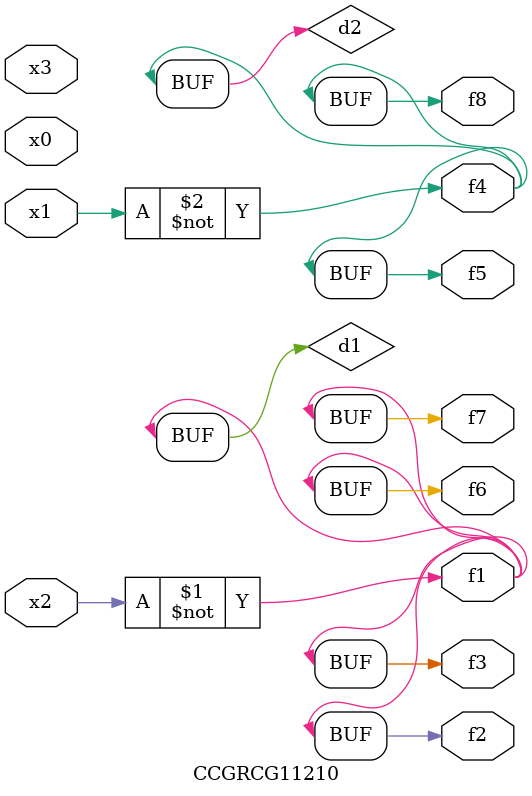
<source format=v>
module CCGRCG11210(
	input x0, x1, x2, x3,
	output f1, f2, f3, f4, f5, f6, f7, f8
);

	wire d1, d2;

	xnor (d1, x2);
	not (d2, x1);
	assign f1 = d1;
	assign f2 = d1;
	assign f3 = d1;
	assign f4 = d2;
	assign f5 = d2;
	assign f6 = d1;
	assign f7 = d1;
	assign f8 = d2;
endmodule

</source>
